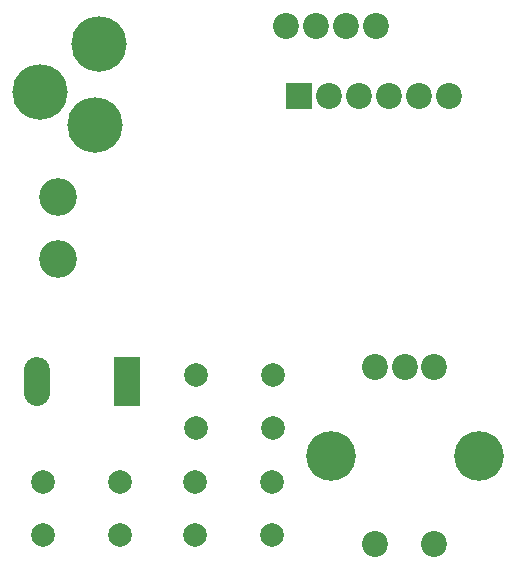
<source format=gbr>
%FSLAX34Y34*%
%MOMM*%
%LNSOLDERMASK_TOP*%
G71*
G01*
%ADD10C,4.700*%
%ADD11C,3.200*%
%ADD12C,2.200*%
%ADD13C,4.200*%
%ADD14C,2.200*%
%ADD15C,2.000*%
%LPD*%
X80486Y375347D02*
G54D10*
D03*
X83661Y443609D02*
G54D10*
D03*
X48956Y262092D02*
G54D11*
D03*
X48956Y314092D02*
G54D11*
D03*
X33651Y403582D02*
G54D10*
D03*
X367517Y170289D02*
G54D12*
D03*
X317517Y170289D02*
G54D12*
D03*
X342517Y170289D02*
G54D12*
D03*
X367517Y20289D02*
G54D12*
D03*
X317517Y20289D02*
G54D12*
D03*
X405018Y95289D02*
G54D13*
D03*
X280018Y95289D02*
G54D13*
D03*
G54D14*
X31058Y168141D02*
X31058Y148141D01*
G36*
X118057Y179141D02*
X118057Y137141D01*
X96057Y137141D01*
X96057Y179141D01*
X118057Y179141D01*
G37*
X318254Y458963D02*
G54D12*
D03*
X292854Y458963D02*
G54D12*
D03*
X267454Y458963D02*
G54D12*
D03*
X242055Y458962D02*
G54D12*
D03*
G36*
X242180Y389214D02*
X242180Y411214D01*
X264180Y411214D01*
X264180Y389214D01*
X242180Y389214D01*
G37*
X278579Y400214D02*
G54D12*
D03*
X303980Y400213D02*
G54D12*
D03*
X329380Y400213D02*
G54D12*
D03*
X354780Y400213D02*
G54D12*
D03*
X380180Y400213D02*
G54D12*
D03*
X101537Y73010D02*
G54D15*
D03*
X36513Y73010D02*
G54D15*
D03*
X36513Y28001D02*
G54D15*
D03*
X101537Y28002D02*
G54D15*
D03*
X165100Y73010D02*
G54D15*
D03*
X230124Y73010D02*
G54D15*
D03*
X230124Y28001D02*
G54D15*
D03*
X165101Y28002D02*
G54D15*
D03*
X165562Y163468D02*
G54D15*
D03*
X230586Y163468D02*
G54D15*
D03*
X230586Y118459D02*
G54D15*
D03*
X165562Y118460D02*
G54D15*
D03*
M02*

</source>
